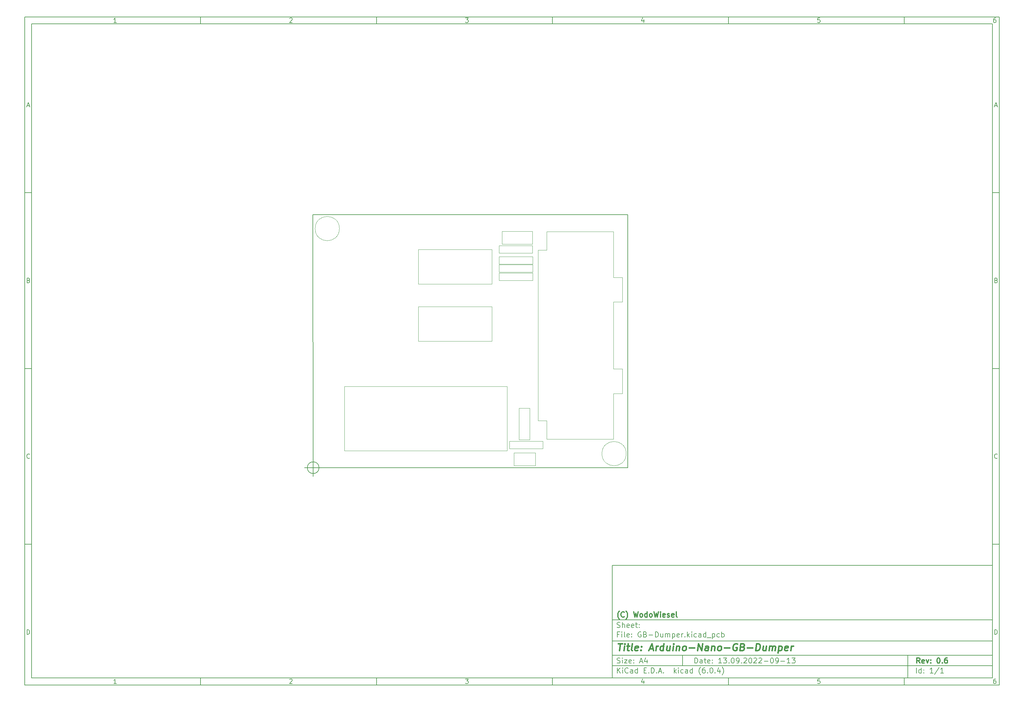
<source format=gbr>
%TF.GenerationSoftware,KiCad,Pcbnew,(6.0.4)*%
%TF.CreationDate,2022-10-03T14:38:54+02:00*%
%TF.ProjectId,GB-Dumper,47422d44-756d-4706-9572-2e6b69636164,0.6*%
%TF.SameCoordinates,PX57bcf00PY83cc3c0*%
%TF.FileFunction,Other,User*%
%FSLAX46Y46*%
G04 Gerber Fmt 4.6, Leading zero omitted, Abs format (unit mm)*
G04 Created by KiCad (PCBNEW (6.0.4)) date 2022-10-03 14:38:54*
%MOMM*%
%LPD*%
G01*
G04 APERTURE LIST*
%ADD10C,0.100000*%
%ADD11C,0.150000*%
%ADD12C,0.300000*%
%ADD13C,0.400000*%
%TA.AperFunction,Profile*%
%ADD14C,0.150000*%
%TD*%
%ADD15C,0.050000*%
G04 APERTURE END LIST*
D10*
D11*
X85002200Y-27807200D02*
X85002200Y-59807200D01*
X193002200Y-59807200D01*
X193002200Y-27807200D01*
X85002200Y-27807200D01*
D10*
D11*
X-82000000Y128200000D02*
X-82000000Y-61807200D01*
X195002200Y-61807200D01*
X195002200Y128200000D01*
X-82000000Y128200000D01*
D10*
D11*
X-80000000Y126200000D02*
X-80000000Y-59807200D01*
X193002200Y-59807200D01*
X193002200Y126200000D01*
X-80000000Y126200000D01*
D10*
D11*
X-32000000Y126200000D02*
X-32000000Y128200000D01*
D10*
D11*
X18000000Y126200000D02*
X18000000Y128200000D01*
D10*
D11*
X68000000Y126200000D02*
X68000000Y128200000D01*
D10*
D11*
X118000000Y126200000D02*
X118000000Y128200000D01*
D10*
D11*
X168000000Y126200000D02*
X168000000Y128200000D01*
D10*
D11*
X-55934524Y126611905D02*
X-56677381Y126611905D01*
X-56305953Y126611905D02*
X-56305953Y127911905D01*
X-56429762Y127726191D01*
X-56553572Y127602381D01*
X-56677381Y127540477D01*
D10*
D11*
X-6677381Y127788096D02*
X-6615477Y127850000D01*
X-6491667Y127911905D01*
X-6182143Y127911905D01*
X-6058334Y127850000D01*
X-5996429Y127788096D01*
X-5934524Y127664286D01*
X-5934524Y127540477D01*
X-5996429Y127354762D01*
X-6739286Y126611905D01*
X-5934524Y126611905D01*
D10*
D11*
X43260714Y127911905D02*
X44065476Y127911905D01*
X43632142Y127416667D01*
X43817857Y127416667D01*
X43941666Y127354762D01*
X44003571Y127292858D01*
X44065476Y127169048D01*
X44065476Y126859524D01*
X44003571Y126735715D01*
X43941666Y126673810D01*
X43817857Y126611905D01*
X43446428Y126611905D01*
X43322619Y126673810D01*
X43260714Y126735715D01*
D10*
D11*
X93941666Y127478572D02*
X93941666Y126611905D01*
X93632142Y127973810D02*
X93322619Y127045239D01*
X94127380Y127045239D01*
D10*
D11*
X144003571Y127911905D02*
X143384523Y127911905D01*
X143322619Y127292858D01*
X143384523Y127354762D01*
X143508333Y127416667D01*
X143817857Y127416667D01*
X143941666Y127354762D01*
X144003571Y127292858D01*
X144065476Y127169048D01*
X144065476Y126859524D01*
X144003571Y126735715D01*
X143941666Y126673810D01*
X143817857Y126611905D01*
X143508333Y126611905D01*
X143384523Y126673810D01*
X143322619Y126735715D01*
D10*
D11*
X193941666Y127911905D02*
X193694047Y127911905D01*
X193570238Y127850000D01*
X193508333Y127788096D01*
X193384523Y127602381D01*
X193322619Y127354762D01*
X193322619Y126859524D01*
X193384523Y126735715D01*
X193446428Y126673810D01*
X193570238Y126611905D01*
X193817857Y126611905D01*
X193941666Y126673810D01*
X194003571Y126735715D01*
X194065476Y126859524D01*
X194065476Y127169048D01*
X194003571Y127292858D01*
X193941666Y127354762D01*
X193817857Y127416667D01*
X193570238Y127416667D01*
X193446428Y127354762D01*
X193384523Y127292858D01*
X193322619Y127169048D01*
D10*
D11*
X-32000000Y-59807200D02*
X-32000000Y-61807200D01*
D10*
D11*
X18000000Y-59807200D02*
X18000000Y-61807200D01*
D10*
D11*
X68000000Y-59807200D02*
X68000000Y-61807200D01*
D10*
D11*
X118000000Y-59807200D02*
X118000000Y-61807200D01*
D10*
D11*
X168000000Y-59807200D02*
X168000000Y-61807200D01*
D10*
D11*
X-55934524Y-61395295D02*
X-56677381Y-61395295D01*
X-56305953Y-61395295D02*
X-56305953Y-60095295D01*
X-56429762Y-60281009D01*
X-56553572Y-60404819D01*
X-56677381Y-60466723D01*
D10*
D11*
X-6677381Y-60219104D02*
X-6615477Y-60157200D01*
X-6491667Y-60095295D01*
X-6182143Y-60095295D01*
X-6058334Y-60157200D01*
X-5996429Y-60219104D01*
X-5934524Y-60342914D01*
X-5934524Y-60466723D01*
X-5996429Y-60652438D01*
X-6739286Y-61395295D01*
X-5934524Y-61395295D01*
D10*
D11*
X43260714Y-60095295D02*
X44065476Y-60095295D01*
X43632142Y-60590533D01*
X43817857Y-60590533D01*
X43941666Y-60652438D01*
X44003571Y-60714342D01*
X44065476Y-60838152D01*
X44065476Y-61147676D01*
X44003571Y-61271485D01*
X43941666Y-61333390D01*
X43817857Y-61395295D01*
X43446428Y-61395295D01*
X43322619Y-61333390D01*
X43260714Y-61271485D01*
D10*
D11*
X93941666Y-60528628D02*
X93941666Y-61395295D01*
X93632142Y-60033390D02*
X93322619Y-60961961D01*
X94127380Y-60961961D01*
D10*
D11*
X144003571Y-60095295D02*
X143384523Y-60095295D01*
X143322619Y-60714342D01*
X143384523Y-60652438D01*
X143508333Y-60590533D01*
X143817857Y-60590533D01*
X143941666Y-60652438D01*
X144003571Y-60714342D01*
X144065476Y-60838152D01*
X144065476Y-61147676D01*
X144003571Y-61271485D01*
X143941666Y-61333390D01*
X143817857Y-61395295D01*
X143508333Y-61395295D01*
X143384523Y-61333390D01*
X143322619Y-61271485D01*
D10*
D11*
X193941666Y-60095295D02*
X193694047Y-60095295D01*
X193570238Y-60157200D01*
X193508333Y-60219104D01*
X193384523Y-60404819D01*
X193322619Y-60652438D01*
X193322619Y-61147676D01*
X193384523Y-61271485D01*
X193446428Y-61333390D01*
X193570238Y-61395295D01*
X193817857Y-61395295D01*
X193941666Y-61333390D01*
X194003571Y-61271485D01*
X194065476Y-61147676D01*
X194065476Y-60838152D01*
X194003571Y-60714342D01*
X193941666Y-60652438D01*
X193817857Y-60590533D01*
X193570238Y-60590533D01*
X193446428Y-60652438D01*
X193384523Y-60714342D01*
X193322619Y-60838152D01*
D10*
D11*
X-82000000Y78200000D02*
X-80000000Y78200000D01*
D10*
D11*
X-82000000Y28200000D02*
X-80000000Y28200000D01*
D10*
D11*
X-82000000Y-21800000D02*
X-80000000Y-21800000D01*
D10*
D11*
X-81309524Y102983334D02*
X-80690477Y102983334D01*
X-81433334Y102611905D02*
X-81000000Y103911905D01*
X-80566667Y102611905D01*
D10*
D11*
X-80907143Y53292858D02*
X-80721429Y53230953D01*
X-80659524Y53169048D01*
X-80597620Y53045239D01*
X-80597620Y52859524D01*
X-80659524Y52735715D01*
X-80721429Y52673810D01*
X-80845239Y52611905D01*
X-81340477Y52611905D01*
X-81340477Y53911905D01*
X-80907143Y53911905D01*
X-80783334Y53850000D01*
X-80721429Y53788096D01*
X-80659524Y53664286D01*
X-80659524Y53540477D01*
X-80721429Y53416667D01*
X-80783334Y53354762D01*
X-80907143Y53292858D01*
X-81340477Y53292858D01*
D10*
D11*
X-80597620Y2735715D02*
X-80659524Y2673810D01*
X-80845239Y2611905D01*
X-80969048Y2611905D01*
X-81154762Y2673810D01*
X-81278572Y2797620D01*
X-81340477Y2921429D01*
X-81402381Y3169048D01*
X-81402381Y3354762D01*
X-81340477Y3602381D01*
X-81278572Y3726191D01*
X-81154762Y3850000D01*
X-80969048Y3911905D01*
X-80845239Y3911905D01*
X-80659524Y3850000D01*
X-80597620Y3788096D01*
D10*
D11*
X-81340477Y-47388095D02*
X-81340477Y-46088095D01*
X-81030953Y-46088095D01*
X-80845239Y-46150000D01*
X-80721429Y-46273809D01*
X-80659524Y-46397619D01*
X-80597620Y-46645238D01*
X-80597620Y-46830952D01*
X-80659524Y-47078571D01*
X-80721429Y-47202380D01*
X-80845239Y-47326190D01*
X-81030953Y-47388095D01*
X-81340477Y-47388095D01*
D10*
D11*
X195002200Y78200000D02*
X193002200Y78200000D01*
D10*
D11*
X195002200Y28200000D02*
X193002200Y28200000D01*
D10*
D11*
X195002200Y-21800000D02*
X193002200Y-21800000D01*
D10*
D11*
X193692676Y102983334D02*
X194311723Y102983334D01*
X193568866Y102611905D02*
X194002200Y103911905D01*
X194435533Y102611905D01*
D10*
D11*
X194095057Y53292858D02*
X194280771Y53230953D01*
X194342676Y53169048D01*
X194404580Y53045239D01*
X194404580Y52859524D01*
X194342676Y52735715D01*
X194280771Y52673810D01*
X194156961Y52611905D01*
X193661723Y52611905D01*
X193661723Y53911905D01*
X194095057Y53911905D01*
X194218866Y53850000D01*
X194280771Y53788096D01*
X194342676Y53664286D01*
X194342676Y53540477D01*
X194280771Y53416667D01*
X194218866Y53354762D01*
X194095057Y53292858D01*
X193661723Y53292858D01*
D10*
D11*
X194404580Y2735715D02*
X194342676Y2673810D01*
X194156961Y2611905D01*
X194033152Y2611905D01*
X193847438Y2673810D01*
X193723628Y2797620D01*
X193661723Y2921429D01*
X193599819Y3169048D01*
X193599819Y3354762D01*
X193661723Y3602381D01*
X193723628Y3726191D01*
X193847438Y3850000D01*
X194033152Y3911905D01*
X194156961Y3911905D01*
X194342676Y3850000D01*
X194404580Y3788096D01*
D10*
D11*
X193661723Y-47388095D02*
X193661723Y-46088095D01*
X193971247Y-46088095D01*
X194156961Y-46150000D01*
X194280771Y-46273809D01*
X194342676Y-46397619D01*
X194404580Y-46645238D01*
X194404580Y-46830952D01*
X194342676Y-47078571D01*
X194280771Y-47202380D01*
X194156961Y-47326190D01*
X193971247Y-47388095D01*
X193661723Y-47388095D01*
D10*
D11*
X108434342Y-55585771D02*
X108434342Y-54085771D01*
X108791485Y-54085771D01*
X109005771Y-54157200D01*
X109148628Y-54300057D01*
X109220057Y-54442914D01*
X109291485Y-54728628D01*
X109291485Y-54942914D01*
X109220057Y-55228628D01*
X109148628Y-55371485D01*
X109005771Y-55514342D01*
X108791485Y-55585771D01*
X108434342Y-55585771D01*
X110577200Y-55585771D02*
X110577200Y-54800057D01*
X110505771Y-54657200D01*
X110362914Y-54585771D01*
X110077200Y-54585771D01*
X109934342Y-54657200D01*
X110577200Y-55514342D02*
X110434342Y-55585771D01*
X110077200Y-55585771D01*
X109934342Y-55514342D01*
X109862914Y-55371485D01*
X109862914Y-55228628D01*
X109934342Y-55085771D01*
X110077200Y-55014342D01*
X110434342Y-55014342D01*
X110577200Y-54942914D01*
X111077200Y-54585771D02*
X111648628Y-54585771D01*
X111291485Y-54085771D02*
X111291485Y-55371485D01*
X111362914Y-55514342D01*
X111505771Y-55585771D01*
X111648628Y-55585771D01*
X112720057Y-55514342D02*
X112577200Y-55585771D01*
X112291485Y-55585771D01*
X112148628Y-55514342D01*
X112077200Y-55371485D01*
X112077200Y-54800057D01*
X112148628Y-54657200D01*
X112291485Y-54585771D01*
X112577200Y-54585771D01*
X112720057Y-54657200D01*
X112791485Y-54800057D01*
X112791485Y-54942914D01*
X112077200Y-55085771D01*
X113434342Y-55442914D02*
X113505771Y-55514342D01*
X113434342Y-55585771D01*
X113362914Y-55514342D01*
X113434342Y-55442914D01*
X113434342Y-55585771D01*
X113434342Y-54657200D02*
X113505771Y-54728628D01*
X113434342Y-54800057D01*
X113362914Y-54728628D01*
X113434342Y-54657200D01*
X113434342Y-54800057D01*
X116077200Y-55585771D02*
X115220057Y-55585771D01*
X115648628Y-55585771D02*
X115648628Y-54085771D01*
X115505771Y-54300057D01*
X115362914Y-54442914D01*
X115220057Y-54514342D01*
X116577200Y-54085771D02*
X117505771Y-54085771D01*
X117005771Y-54657200D01*
X117220057Y-54657200D01*
X117362914Y-54728628D01*
X117434342Y-54800057D01*
X117505771Y-54942914D01*
X117505771Y-55300057D01*
X117434342Y-55442914D01*
X117362914Y-55514342D01*
X117220057Y-55585771D01*
X116791485Y-55585771D01*
X116648628Y-55514342D01*
X116577200Y-55442914D01*
X118148628Y-55442914D02*
X118220057Y-55514342D01*
X118148628Y-55585771D01*
X118077200Y-55514342D01*
X118148628Y-55442914D01*
X118148628Y-55585771D01*
X119148628Y-54085771D02*
X119291485Y-54085771D01*
X119434342Y-54157200D01*
X119505771Y-54228628D01*
X119577200Y-54371485D01*
X119648628Y-54657200D01*
X119648628Y-55014342D01*
X119577200Y-55300057D01*
X119505771Y-55442914D01*
X119434342Y-55514342D01*
X119291485Y-55585771D01*
X119148628Y-55585771D01*
X119005771Y-55514342D01*
X118934342Y-55442914D01*
X118862914Y-55300057D01*
X118791485Y-55014342D01*
X118791485Y-54657200D01*
X118862914Y-54371485D01*
X118934342Y-54228628D01*
X119005771Y-54157200D01*
X119148628Y-54085771D01*
X120362914Y-55585771D02*
X120648628Y-55585771D01*
X120791485Y-55514342D01*
X120862914Y-55442914D01*
X121005771Y-55228628D01*
X121077200Y-54942914D01*
X121077200Y-54371485D01*
X121005771Y-54228628D01*
X120934342Y-54157200D01*
X120791485Y-54085771D01*
X120505771Y-54085771D01*
X120362914Y-54157200D01*
X120291485Y-54228628D01*
X120220057Y-54371485D01*
X120220057Y-54728628D01*
X120291485Y-54871485D01*
X120362914Y-54942914D01*
X120505771Y-55014342D01*
X120791485Y-55014342D01*
X120934342Y-54942914D01*
X121005771Y-54871485D01*
X121077200Y-54728628D01*
X121720057Y-55442914D02*
X121791485Y-55514342D01*
X121720057Y-55585771D01*
X121648628Y-55514342D01*
X121720057Y-55442914D01*
X121720057Y-55585771D01*
X122362914Y-54228628D02*
X122434342Y-54157200D01*
X122577200Y-54085771D01*
X122934342Y-54085771D01*
X123077200Y-54157200D01*
X123148628Y-54228628D01*
X123220057Y-54371485D01*
X123220057Y-54514342D01*
X123148628Y-54728628D01*
X122291485Y-55585771D01*
X123220057Y-55585771D01*
X124148628Y-54085771D02*
X124291485Y-54085771D01*
X124434342Y-54157200D01*
X124505771Y-54228628D01*
X124577200Y-54371485D01*
X124648628Y-54657200D01*
X124648628Y-55014342D01*
X124577200Y-55300057D01*
X124505771Y-55442914D01*
X124434342Y-55514342D01*
X124291485Y-55585771D01*
X124148628Y-55585771D01*
X124005771Y-55514342D01*
X123934342Y-55442914D01*
X123862914Y-55300057D01*
X123791485Y-55014342D01*
X123791485Y-54657200D01*
X123862914Y-54371485D01*
X123934342Y-54228628D01*
X124005771Y-54157200D01*
X124148628Y-54085771D01*
X125220057Y-54228628D02*
X125291485Y-54157200D01*
X125434342Y-54085771D01*
X125791485Y-54085771D01*
X125934342Y-54157200D01*
X126005771Y-54228628D01*
X126077200Y-54371485D01*
X126077200Y-54514342D01*
X126005771Y-54728628D01*
X125148628Y-55585771D01*
X126077200Y-55585771D01*
X126648628Y-54228628D02*
X126720057Y-54157200D01*
X126862914Y-54085771D01*
X127220057Y-54085771D01*
X127362914Y-54157200D01*
X127434342Y-54228628D01*
X127505771Y-54371485D01*
X127505771Y-54514342D01*
X127434342Y-54728628D01*
X126577200Y-55585771D01*
X127505771Y-55585771D01*
X128148628Y-55014342D02*
X129291485Y-55014342D01*
X130291485Y-54085771D02*
X130434342Y-54085771D01*
X130577200Y-54157200D01*
X130648628Y-54228628D01*
X130720057Y-54371485D01*
X130791485Y-54657200D01*
X130791485Y-55014342D01*
X130720057Y-55300057D01*
X130648628Y-55442914D01*
X130577200Y-55514342D01*
X130434342Y-55585771D01*
X130291485Y-55585771D01*
X130148628Y-55514342D01*
X130077200Y-55442914D01*
X130005771Y-55300057D01*
X129934342Y-55014342D01*
X129934342Y-54657200D01*
X130005771Y-54371485D01*
X130077200Y-54228628D01*
X130148628Y-54157200D01*
X130291485Y-54085771D01*
X131505771Y-55585771D02*
X131791485Y-55585771D01*
X131934342Y-55514342D01*
X132005771Y-55442914D01*
X132148628Y-55228628D01*
X132220057Y-54942914D01*
X132220057Y-54371485D01*
X132148628Y-54228628D01*
X132077200Y-54157200D01*
X131934342Y-54085771D01*
X131648628Y-54085771D01*
X131505771Y-54157200D01*
X131434342Y-54228628D01*
X131362914Y-54371485D01*
X131362914Y-54728628D01*
X131434342Y-54871485D01*
X131505771Y-54942914D01*
X131648628Y-55014342D01*
X131934342Y-55014342D01*
X132077200Y-54942914D01*
X132148628Y-54871485D01*
X132220057Y-54728628D01*
X132862914Y-55014342D02*
X134005771Y-55014342D01*
X135505771Y-55585771D02*
X134648628Y-55585771D01*
X135077200Y-55585771D02*
X135077200Y-54085771D01*
X134934342Y-54300057D01*
X134791485Y-54442914D01*
X134648628Y-54514342D01*
X136005771Y-54085771D02*
X136934342Y-54085771D01*
X136434342Y-54657200D01*
X136648628Y-54657200D01*
X136791485Y-54728628D01*
X136862914Y-54800057D01*
X136934342Y-54942914D01*
X136934342Y-55300057D01*
X136862914Y-55442914D01*
X136791485Y-55514342D01*
X136648628Y-55585771D01*
X136220057Y-55585771D01*
X136077200Y-55514342D01*
X136005771Y-55442914D01*
D10*
D11*
X85002200Y-56307200D02*
X193002200Y-56307200D01*
D10*
D11*
X86434342Y-58385771D02*
X86434342Y-56885771D01*
X87291485Y-58385771D02*
X86648628Y-57528628D01*
X87291485Y-56885771D02*
X86434342Y-57742914D01*
X87934342Y-58385771D02*
X87934342Y-57385771D01*
X87934342Y-56885771D02*
X87862914Y-56957200D01*
X87934342Y-57028628D01*
X88005771Y-56957200D01*
X87934342Y-56885771D01*
X87934342Y-57028628D01*
X89505771Y-58242914D02*
X89434342Y-58314342D01*
X89220057Y-58385771D01*
X89077200Y-58385771D01*
X88862914Y-58314342D01*
X88720057Y-58171485D01*
X88648628Y-58028628D01*
X88577200Y-57742914D01*
X88577200Y-57528628D01*
X88648628Y-57242914D01*
X88720057Y-57100057D01*
X88862914Y-56957200D01*
X89077200Y-56885771D01*
X89220057Y-56885771D01*
X89434342Y-56957200D01*
X89505771Y-57028628D01*
X90791485Y-58385771D02*
X90791485Y-57600057D01*
X90720057Y-57457200D01*
X90577200Y-57385771D01*
X90291485Y-57385771D01*
X90148628Y-57457200D01*
X90791485Y-58314342D02*
X90648628Y-58385771D01*
X90291485Y-58385771D01*
X90148628Y-58314342D01*
X90077200Y-58171485D01*
X90077200Y-58028628D01*
X90148628Y-57885771D01*
X90291485Y-57814342D01*
X90648628Y-57814342D01*
X90791485Y-57742914D01*
X92148628Y-58385771D02*
X92148628Y-56885771D01*
X92148628Y-58314342D02*
X92005771Y-58385771D01*
X91720057Y-58385771D01*
X91577200Y-58314342D01*
X91505771Y-58242914D01*
X91434342Y-58100057D01*
X91434342Y-57671485D01*
X91505771Y-57528628D01*
X91577200Y-57457200D01*
X91720057Y-57385771D01*
X92005771Y-57385771D01*
X92148628Y-57457200D01*
X94005771Y-57600057D02*
X94505771Y-57600057D01*
X94720057Y-58385771D02*
X94005771Y-58385771D01*
X94005771Y-56885771D01*
X94720057Y-56885771D01*
X95362914Y-58242914D02*
X95434342Y-58314342D01*
X95362914Y-58385771D01*
X95291485Y-58314342D01*
X95362914Y-58242914D01*
X95362914Y-58385771D01*
X96077200Y-58385771D02*
X96077200Y-56885771D01*
X96434342Y-56885771D01*
X96648628Y-56957200D01*
X96791485Y-57100057D01*
X96862914Y-57242914D01*
X96934342Y-57528628D01*
X96934342Y-57742914D01*
X96862914Y-58028628D01*
X96791485Y-58171485D01*
X96648628Y-58314342D01*
X96434342Y-58385771D01*
X96077200Y-58385771D01*
X97577200Y-58242914D02*
X97648628Y-58314342D01*
X97577200Y-58385771D01*
X97505771Y-58314342D01*
X97577200Y-58242914D01*
X97577200Y-58385771D01*
X98220057Y-57957200D02*
X98934342Y-57957200D01*
X98077200Y-58385771D02*
X98577200Y-56885771D01*
X99077200Y-58385771D01*
X99577200Y-58242914D02*
X99648628Y-58314342D01*
X99577200Y-58385771D01*
X99505771Y-58314342D01*
X99577200Y-58242914D01*
X99577200Y-58385771D01*
X102577200Y-58385771D02*
X102577200Y-56885771D01*
X102720057Y-57814342D02*
X103148628Y-58385771D01*
X103148628Y-57385771D02*
X102577200Y-57957200D01*
X103791485Y-58385771D02*
X103791485Y-57385771D01*
X103791485Y-56885771D02*
X103720057Y-56957200D01*
X103791485Y-57028628D01*
X103862914Y-56957200D01*
X103791485Y-56885771D01*
X103791485Y-57028628D01*
X105148628Y-58314342D02*
X105005771Y-58385771D01*
X104720057Y-58385771D01*
X104577200Y-58314342D01*
X104505771Y-58242914D01*
X104434342Y-58100057D01*
X104434342Y-57671485D01*
X104505771Y-57528628D01*
X104577200Y-57457200D01*
X104720057Y-57385771D01*
X105005771Y-57385771D01*
X105148628Y-57457200D01*
X106434342Y-58385771D02*
X106434342Y-57600057D01*
X106362914Y-57457200D01*
X106220057Y-57385771D01*
X105934342Y-57385771D01*
X105791485Y-57457200D01*
X106434342Y-58314342D02*
X106291485Y-58385771D01*
X105934342Y-58385771D01*
X105791485Y-58314342D01*
X105720057Y-58171485D01*
X105720057Y-58028628D01*
X105791485Y-57885771D01*
X105934342Y-57814342D01*
X106291485Y-57814342D01*
X106434342Y-57742914D01*
X107791485Y-58385771D02*
X107791485Y-56885771D01*
X107791485Y-58314342D02*
X107648628Y-58385771D01*
X107362914Y-58385771D01*
X107220057Y-58314342D01*
X107148628Y-58242914D01*
X107077200Y-58100057D01*
X107077200Y-57671485D01*
X107148628Y-57528628D01*
X107220057Y-57457200D01*
X107362914Y-57385771D01*
X107648628Y-57385771D01*
X107791485Y-57457200D01*
X110077200Y-58957200D02*
X110005771Y-58885771D01*
X109862914Y-58671485D01*
X109791485Y-58528628D01*
X109720057Y-58314342D01*
X109648628Y-57957200D01*
X109648628Y-57671485D01*
X109720057Y-57314342D01*
X109791485Y-57100057D01*
X109862914Y-56957200D01*
X110005771Y-56742914D01*
X110077200Y-56671485D01*
X111291485Y-56885771D02*
X111005771Y-56885771D01*
X110862914Y-56957200D01*
X110791485Y-57028628D01*
X110648628Y-57242914D01*
X110577200Y-57528628D01*
X110577200Y-58100057D01*
X110648628Y-58242914D01*
X110720057Y-58314342D01*
X110862914Y-58385771D01*
X111148628Y-58385771D01*
X111291485Y-58314342D01*
X111362914Y-58242914D01*
X111434342Y-58100057D01*
X111434342Y-57742914D01*
X111362914Y-57600057D01*
X111291485Y-57528628D01*
X111148628Y-57457200D01*
X110862914Y-57457200D01*
X110720057Y-57528628D01*
X110648628Y-57600057D01*
X110577200Y-57742914D01*
X112077200Y-58242914D02*
X112148628Y-58314342D01*
X112077200Y-58385771D01*
X112005771Y-58314342D01*
X112077200Y-58242914D01*
X112077200Y-58385771D01*
X113077200Y-56885771D02*
X113220057Y-56885771D01*
X113362914Y-56957200D01*
X113434342Y-57028628D01*
X113505771Y-57171485D01*
X113577200Y-57457200D01*
X113577200Y-57814342D01*
X113505771Y-58100057D01*
X113434342Y-58242914D01*
X113362914Y-58314342D01*
X113220057Y-58385771D01*
X113077200Y-58385771D01*
X112934342Y-58314342D01*
X112862914Y-58242914D01*
X112791485Y-58100057D01*
X112720057Y-57814342D01*
X112720057Y-57457200D01*
X112791485Y-57171485D01*
X112862914Y-57028628D01*
X112934342Y-56957200D01*
X113077200Y-56885771D01*
X114220057Y-58242914D02*
X114291485Y-58314342D01*
X114220057Y-58385771D01*
X114148628Y-58314342D01*
X114220057Y-58242914D01*
X114220057Y-58385771D01*
X115577200Y-57385771D02*
X115577200Y-58385771D01*
X115220057Y-56814342D02*
X114862914Y-57885771D01*
X115791485Y-57885771D01*
X116220057Y-58957200D02*
X116291485Y-58885771D01*
X116434342Y-58671485D01*
X116505771Y-58528628D01*
X116577200Y-58314342D01*
X116648628Y-57957200D01*
X116648628Y-57671485D01*
X116577200Y-57314342D01*
X116505771Y-57100057D01*
X116434342Y-56957200D01*
X116291485Y-56742914D01*
X116220057Y-56671485D01*
D10*
D11*
X85002200Y-53307200D02*
X193002200Y-53307200D01*
D10*
D12*
X172411485Y-55585771D02*
X171911485Y-54871485D01*
X171554342Y-55585771D02*
X171554342Y-54085771D01*
X172125771Y-54085771D01*
X172268628Y-54157200D01*
X172340057Y-54228628D01*
X172411485Y-54371485D01*
X172411485Y-54585771D01*
X172340057Y-54728628D01*
X172268628Y-54800057D01*
X172125771Y-54871485D01*
X171554342Y-54871485D01*
X173625771Y-55514342D02*
X173482914Y-55585771D01*
X173197200Y-55585771D01*
X173054342Y-55514342D01*
X172982914Y-55371485D01*
X172982914Y-54800057D01*
X173054342Y-54657200D01*
X173197200Y-54585771D01*
X173482914Y-54585771D01*
X173625771Y-54657200D01*
X173697200Y-54800057D01*
X173697200Y-54942914D01*
X172982914Y-55085771D01*
X174197200Y-54585771D02*
X174554342Y-55585771D01*
X174911485Y-54585771D01*
X175482914Y-55442914D02*
X175554342Y-55514342D01*
X175482914Y-55585771D01*
X175411485Y-55514342D01*
X175482914Y-55442914D01*
X175482914Y-55585771D01*
X175482914Y-54657200D02*
X175554342Y-54728628D01*
X175482914Y-54800057D01*
X175411485Y-54728628D01*
X175482914Y-54657200D01*
X175482914Y-54800057D01*
X177625771Y-54085771D02*
X177768628Y-54085771D01*
X177911485Y-54157200D01*
X177982914Y-54228628D01*
X178054342Y-54371485D01*
X178125771Y-54657200D01*
X178125771Y-55014342D01*
X178054342Y-55300057D01*
X177982914Y-55442914D01*
X177911485Y-55514342D01*
X177768628Y-55585771D01*
X177625771Y-55585771D01*
X177482914Y-55514342D01*
X177411485Y-55442914D01*
X177340057Y-55300057D01*
X177268628Y-55014342D01*
X177268628Y-54657200D01*
X177340057Y-54371485D01*
X177411485Y-54228628D01*
X177482914Y-54157200D01*
X177625771Y-54085771D01*
X178768628Y-55442914D02*
X178840057Y-55514342D01*
X178768628Y-55585771D01*
X178697200Y-55514342D01*
X178768628Y-55442914D01*
X178768628Y-55585771D01*
X180125771Y-54085771D02*
X179840057Y-54085771D01*
X179697200Y-54157200D01*
X179625771Y-54228628D01*
X179482914Y-54442914D01*
X179411485Y-54728628D01*
X179411485Y-55300057D01*
X179482914Y-55442914D01*
X179554342Y-55514342D01*
X179697200Y-55585771D01*
X179982914Y-55585771D01*
X180125771Y-55514342D01*
X180197200Y-55442914D01*
X180268628Y-55300057D01*
X180268628Y-54942914D01*
X180197200Y-54800057D01*
X180125771Y-54728628D01*
X179982914Y-54657200D01*
X179697200Y-54657200D01*
X179554342Y-54728628D01*
X179482914Y-54800057D01*
X179411485Y-54942914D01*
D10*
D11*
X86362914Y-55514342D02*
X86577200Y-55585771D01*
X86934342Y-55585771D01*
X87077200Y-55514342D01*
X87148628Y-55442914D01*
X87220057Y-55300057D01*
X87220057Y-55157200D01*
X87148628Y-55014342D01*
X87077200Y-54942914D01*
X86934342Y-54871485D01*
X86648628Y-54800057D01*
X86505771Y-54728628D01*
X86434342Y-54657200D01*
X86362914Y-54514342D01*
X86362914Y-54371485D01*
X86434342Y-54228628D01*
X86505771Y-54157200D01*
X86648628Y-54085771D01*
X87005771Y-54085771D01*
X87220057Y-54157200D01*
X87862914Y-55585771D02*
X87862914Y-54585771D01*
X87862914Y-54085771D02*
X87791485Y-54157200D01*
X87862914Y-54228628D01*
X87934342Y-54157200D01*
X87862914Y-54085771D01*
X87862914Y-54228628D01*
X88434342Y-54585771D02*
X89220057Y-54585771D01*
X88434342Y-55585771D01*
X89220057Y-55585771D01*
X90362914Y-55514342D02*
X90220057Y-55585771D01*
X89934342Y-55585771D01*
X89791485Y-55514342D01*
X89720057Y-55371485D01*
X89720057Y-54800057D01*
X89791485Y-54657200D01*
X89934342Y-54585771D01*
X90220057Y-54585771D01*
X90362914Y-54657200D01*
X90434342Y-54800057D01*
X90434342Y-54942914D01*
X89720057Y-55085771D01*
X91077200Y-55442914D02*
X91148628Y-55514342D01*
X91077200Y-55585771D01*
X91005771Y-55514342D01*
X91077200Y-55442914D01*
X91077200Y-55585771D01*
X91077200Y-54657200D02*
X91148628Y-54728628D01*
X91077200Y-54800057D01*
X91005771Y-54728628D01*
X91077200Y-54657200D01*
X91077200Y-54800057D01*
X92862914Y-55157200D02*
X93577200Y-55157200D01*
X92720057Y-55585771D02*
X93220057Y-54085771D01*
X93720057Y-55585771D01*
X94862914Y-54585771D02*
X94862914Y-55585771D01*
X94505771Y-54014342D02*
X94148628Y-55085771D01*
X95077200Y-55085771D01*
D10*
D11*
X171434342Y-58385771D02*
X171434342Y-56885771D01*
X172791485Y-58385771D02*
X172791485Y-56885771D01*
X172791485Y-58314342D02*
X172648628Y-58385771D01*
X172362914Y-58385771D01*
X172220057Y-58314342D01*
X172148628Y-58242914D01*
X172077200Y-58100057D01*
X172077200Y-57671485D01*
X172148628Y-57528628D01*
X172220057Y-57457200D01*
X172362914Y-57385771D01*
X172648628Y-57385771D01*
X172791485Y-57457200D01*
X173505771Y-58242914D02*
X173577200Y-58314342D01*
X173505771Y-58385771D01*
X173434342Y-58314342D01*
X173505771Y-58242914D01*
X173505771Y-58385771D01*
X173505771Y-57457200D02*
X173577200Y-57528628D01*
X173505771Y-57600057D01*
X173434342Y-57528628D01*
X173505771Y-57457200D01*
X173505771Y-57600057D01*
X176148628Y-58385771D02*
X175291485Y-58385771D01*
X175720057Y-58385771D02*
X175720057Y-56885771D01*
X175577200Y-57100057D01*
X175434342Y-57242914D01*
X175291485Y-57314342D01*
X177862914Y-56814342D02*
X176577200Y-58742914D01*
X179148628Y-58385771D02*
X178291485Y-58385771D01*
X178720057Y-58385771D02*
X178720057Y-56885771D01*
X178577200Y-57100057D01*
X178434342Y-57242914D01*
X178291485Y-57314342D01*
D10*
D11*
X85002200Y-49307200D02*
X193002200Y-49307200D01*
D10*
D13*
X86714580Y-50011961D02*
X87857438Y-50011961D01*
X87036009Y-52011961D02*
X87286009Y-50011961D01*
X88274104Y-52011961D02*
X88440771Y-50678628D01*
X88524104Y-50011961D02*
X88416961Y-50107200D01*
X88500295Y-50202438D01*
X88607438Y-50107200D01*
X88524104Y-50011961D01*
X88500295Y-50202438D01*
X89107438Y-50678628D02*
X89869342Y-50678628D01*
X89476485Y-50011961D02*
X89262200Y-51726247D01*
X89333628Y-51916723D01*
X89512200Y-52011961D01*
X89702676Y-52011961D01*
X90655057Y-52011961D02*
X90476485Y-51916723D01*
X90405057Y-51726247D01*
X90619342Y-50011961D01*
X92190771Y-51916723D02*
X91988390Y-52011961D01*
X91607438Y-52011961D01*
X91428866Y-51916723D01*
X91357438Y-51726247D01*
X91452676Y-50964342D01*
X91571723Y-50773866D01*
X91774104Y-50678628D01*
X92155057Y-50678628D01*
X92333628Y-50773866D01*
X92405057Y-50964342D01*
X92381247Y-51154819D01*
X91405057Y-51345295D01*
X93155057Y-51821485D02*
X93238390Y-51916723D01*
X93131247Y-52011961D01*
X93047914Y-51916723D01*
X93155057Y-51821485D01*
X93131247Y-52011961D01*
X93286009Y-50773866D02*
X93369342Y-50869104D01*
X93262200Y-50964342D01*
X93178866Y-50869104D01*
X93286009Y-50773866D01*
X93262200Y-50964342D01*
X95583628Y-51440533D02*
X96536009Y-51440533D01*
X95321723Y-52011961D02*
X96238390Y-50011961D01*
X96655057Y-52011961D01*
X97321723Y-52011961D02*
X97488390Y-50678628D01*
X97440771Y-51059580D02*
X97559819Y-50869104D01*
X97666961Y-50773866D01*
X97869342Y-50678628D01*
X98059819Y-50678628D01*
X99416961Y-52011961D02*
X99666961Y-50011961D01*
X99428866Y-51916723D02*
X99226485Y-52011961D01*
X98845533Y-52011961D01*
X98666961Y-51916723D01*
X98583628Y-51821485D01*
X98512200Y-51631009D01*
X98583628Y-51059580D01*
X98702676Y-50869104D01*
X98809819Y-50773866D01*
X99012200Y-50678628D01*
X99393152Y-50678628D01*
X99571723Y-50773866D01*
X101393152Y-50678628D02*
X101226485Y-52011961D01*
X100536009Y-50678628D02*
X100405057Y-51726247D01*
X100476485Y-51916723D01*
X100655057Y-52011961D01*
X100940771Y-52011961D01*
X101143152Y-51916723D01*
X101250295Y-51821485D01*
X102178866Y-52011961D02*
X102345533Y-50678628D01*
X102428866Y-50011961D02*
X102321723Y-50107200D01*
X102405057Y-50202438D01*
X102512200Y-50107200D01*
X102428866Y-50011961D01*
X102405057Y-50202438D01*
X103297914Y-50678628D02*
X103131247Y-52011961D01*
X103274104Y-50869104D02*
X103381247Y-50773866D01*
X103583628Y-50678628D01*
X103869342Y-50678628D01*
X104047914Y-50773866D01*
X104119342Y-50964342D01*
X103988390Y-52011961D01*
X105226485Y-52011961D02*
X105047914Y-51916723D01*
X104964580Y-51821485D01*
X104893152Y-51631009D01*
X104964580Y-51059580D01*
X105083628Y-50869104D01*
X105190771Y-50773866D01*
X105393152Y-50678628D01*
X105678866Y-50678628D01*
X105857438Y-50773866D01*
X105940771Y-50869104D01*
X106012200Y-51059580D01*
X105940771Y-51631009D01*
X105821723Y-51821485D01*
X105714580Y-51916723D01*
X105512200Y-52011961D01*
X105226485Y-52011961D01*
X106845533Y-51250057D02*
X108369342Y-51250057D01*
X109226485Y-52011961D02*
X109476485Y-50011961D01*
X110369342Y-52011961D01*
X110619342Y-50011961D01*
X112178866Y-52011961D02*
X112309819Y-50964342D01*
X112238390Y-50773866D01*
X112059819Y-50678628D01*
X111678866Y-50678628D01*
X111476485Y-50773866D01*
X112190771Y-51916723D02*
X111988390Y-52011961D01*
X111512200Y-52011961D01*
X111333628Y-51916723D01*
X111262200Y-51726247D01*
X111286009Y-51535771D01*
X111405057Y-51345295D01*
X111607438Y-51250057D01*
X112083628Y-51250057D01*
X112286009Y-51154819D01*
X113297914Y-50678628D02*
X113131247Y-52011961D01*
X113274104Y-50869104D02*
X113381247Y-50773866D01*
X113583628Y-50678628D01*
X113869342Y-50678628D01*
X114047914Y-50773866D01*
X114119342Y-50964342D01*
X113988390Y-52011961D01*
X115226485Y-52011961D02*
X115047914Y-51916723D01*
X114964580Y-51821485D01*
X114893152Y-51631009D01*
X114964580Y-51059580D01*
X115083628Y-50869104D01*
X115190771Y-50773866D01*
X115393152Y-50678628D01*
X115678866Y-50678628D01*
X115857438Y-50773866D01*
X115940771Y-50869104D01*
X116012200Y-51059580D01*
X115940771Y-51631009D01*
X115821723Y-51821485D01*
X115714580Y-51916723D01*
X115512200Y-52011961D01*
X115226485Y-52011961D01*
X116845533Y-51250057D02*
X118369342Y-51250057D01*
X120512200Y-50107200D02*
X120333628Y-50011961D01*
X120047914Y-50011961D01*
X119750295Y-50107200D01*
X119536009Y-50297676D01*
X119416961Y-50488152D01*
X119274104Y-50869104D01*
X119238390Y-51154819D01*
X119286009Y-51535771D01*
X119357438Y-51726247D01*
X119524104Y-51916723D01*
X119797914Y-52011961D01*
X119988390Y-52011961D01*
X120286009Y-51916723D01*
X120393152Y-51821485D01*
X120476485Y-51154819D01*
X120095533Y-51154819D01*
X122024104Y-50964342D02*
X122297914Y-51059580D01*
X122381247Y-51154819D01*
X122452676Y-51345295D01*
X122416961Y-51631009D01*
X122297914Y-51821485D01*
X122190771Y-51916723D01*
X121988390Y-52011961D01*
X121226485Y-52011961D01*
X121476485Y-50011961D01*
X122143152Y-50011961D01*
X122321723Y-50107200D01*
X122405057Y-50202438D01*
X122476485Y-50392914D01*
X122452676Y-50583390D01*
X122333628Y-50773866D01*
X122226485Y-50869104D01*
X122024104Y-50964342D01*
X121357438Y-50964342D01*
X123321723Y-51250057D02*
X124845533Y-51250057D01*
X125702676Y-52011961D02*
X125952676Y-50011961D01*
X126428866Y-50011961D01*
X126702676Y-50107200D01*
X126869342Y-50297676D01*
X126940771Y-50488152D01*
X126988390Y-50869104D01*
X126952676Y-51154819D01*
X126809819Y-51535771D01*
X126690771Y-51726247D01*
X126476485Y-51916723D01*
X126178866Y-52011961D01*
X125702676Y-52011961D01*
X128726485Y-50678628D02*
X128559819Y-52011961D01*
X127869342Y-50678628D02*
X127738390Y-51726247D01*
X127809819Y-51916723D01*
X127988390Y-52011961D01*
X128274104Y-52011961D01*
X128476485Y-51916723D01*
X128583628Y-51821485D01*
X129512200Y-52011961D02*
X129678866Y-50678628D01*
X129655057Y-50869104D02*
X129762200Y-50773866D01*
X129964580Y-50678628D01*
X130250295Y-50678628D01*
X130428866Y-50773866D01*
X130500295Y-50964342D01*
X130369342Y-52011961D01*
X130500295Y-50964342D02*
X130619342Y-50773866D01*
X130821723Y-50678628D01*
X131107438Y-50678628D01*
X131286009Y-50773866D01*
X131357438Y-50964342D01*
X131226485Y-52011961D01*
X132345533Y-50678628D02*
X132095533Y-52678628D01*
X132333628Y-50773866D02*
X132536009Y-50678628D01*
X132916961Y-50678628D01*
X133095533Y-50773866D01*
X133178866Y-50869104D01*
X133250295Y-51059580D01*
X133178866Y-51631009D01*
X133059819Y-51821485D01*
X132952676Y-51916723D01*
X132750295Y-52011961D01*
X132369342Y-52011961D01*
X132190771Y-51916723D01*
X134762200Y-51916723D02*
X134559819Y-52011961D01*
X134178866Y-52011961D01*
X134000295Y-51916723D01*
X133928866Y-51726247D01*
X134024104Y-50964342D01*
X134143152Y-50773866D01*
X134345533Y-50678628D01*
X134726485Y-50678628D01*
X134905057Y-50773866D01*
X134976485Y-50964342D01*
X134952676Y-51154819D01*
X133976485Y-51345295D01*
X135702676Y-52011961D02*
X135869342Y-50678628D01*
X135821723Y-51059580D02*
X135940771Y-50869104D01*
X136047914Y-50773866D01*
X136250295Y-50678628D01*
X136440771Y-50678628D01*
D10*
D11*
X86934342Y-47400057D02*
X86434342Y-47400057D01*
X86434342Y-48185771D02*
X86434342Y-46685771D01*
X87148628Y-46685771D01*
X87720057Y-48185771D02*
X87720057Y-47185771D01*
X87720057Y-46685771D02*
X87648628Y-46757200D01*
X87720057Y-46828628D01*
X87791485Y-46757200D01*
X87720057Y-46685771D01*
X87720057Y-46828628D01*
X88648628Y-48185771D02*
X88505771Y-48114342D01*
X88434342Y-47971485D01*
X88434342Y-46685771D01*
X89791485Y-48114342D02*
X89648628Y-48185771D01*
X89362914Y-48185771D01*
X89220057Y-48114342D01*
X89148628Y-47971485D01*
X89148628Y-47400057D01*
X89220057Y-47257200D01*
X89362914Y-47185771D01*
X89648628Y-47185771D01*
X89791485Y-47257200D01*
X89862914Y-47400057D01*
X89862914Y-47542914D01*
X89148628Y-47685771D01*
X90505771Y-48042914D02*
X90577200Y-48114342D01*
X90505771Y-48185771D01*
X90434342Y-48114342D01*
X90505771Y-48042914D01*
X90505771Y-48185771D01*
X90505771Y-47257200D02*
X90577200Y-47328628D01*
X90505771Y-47400057D01*
X90434342Y-47328628D01*
X90505771Y-47257200D01*
X90505771Y-47400057D01*
X93148628Y-46757200D02*
X93005771Y-46685771D01*
X92791485Y-46685771D01*
X92577200Y-46757200D01*
X92434342Y-46900057D01*
X92362914Y-47042914D01*
X92291485Y-47328628D01*
X92291485Y-47542914D01*
X92362914Y-47828628D01*
X92434342Y-47971485D01*
X92577200Y-48114342D01*
X92791485Y-48185771D01*
X92934342Y-48185771D01*
X93148628Y-48114342D01*
X93220057Y-48042914D01*
X93220057Y-47542914D01*
X92934342Y-47542914D01*
X94362914Y-47400057D02*
X94577200Y-47471485D01*
X94648628Y-47542914D01*
X94720057Y-47685771D01*
X94720057Y-47900057D01*
X94648628Y-48042914D01*
X94577200Y-48114342D01*
X94434342Y-48185771D01*
X93862914Y-48185771D01*
X93862914Y-46685771D01*
X94362914Y-46685771D01*
X94505771Y-46757200D01*
X94577200Y-46828628D01*
X94648628Y-46971485D01*
X94648628Y-47114342D01*
X94577200Y-47257200D01*
X94505771Y-47328628D01*
X94362914Y-47400057D01*
X93862914Y-47400057D01*
X95362914Y-47614342D02*
X96505771Y-47614342D01*
X97220057Y-48185771D02*
X97220057Y-46685771D01*
X97577200Y-46685771D01*
X97791485Y-46757200D01*
X97934342Y-46900057D01*
X98005771Y-47042914D01*
X98077200Y-47328628D01*
X98077200Y-47542914D01*
X98005771Y-47828628D01*
X97934342Y-47971485D01*
X97791485Y-48114342D01*
X97577200Y-48185771D01*
X97220057Y-48185771D01*
X99362914Y-47185771D02*
X99362914Y-48185771D01*
X98720057Y-47185771D02*
X98720057Y-47971485D01*
X98791485Y-48114342D01*
X98934342Y-48185771D01*
X99148628Y-48185771D01*
X99291485Y-48114342D01*
X99362914Y-48042914D01*
X100077200Y-48185771D02*
X100077200Y-47185771D01*
X100077200Y-47328628D02*
X100148628Y-47257200D01*
X100291485Y-47185771D01*
X100505771Y-47185771D01*
X100648628Y-47257200D01*
X100720057Y-47400057D01*
X100720057Y-48185771D01*
X100720057Y-47400057D02*
X100791485Y-47257200D01*
X100934342Y-47185771D01*
X101148628Y-47185771D01*
X101291485Y-47257200D01*
X101362914Y-47400057D01*
X101362914Y-48185771D01*
X102077200Y-47185771D02*
X102077200Y-48685771D01*
X102077200Y-47257200D02*
X102220057Y-47185771D01*
X102505771Y-47185771D01*
X102648628Y-47257200D01*
X102720057Y-47328628D01*
X102791485Y-47471485D01*
X102791485Y-47900057D01*
X102720057Y-48042914D01*
X102648628Y-48114342D01*
X102505771Y-48185771D01*
X102220057Y-48185771D01*
X102077200Y-48114342D01*
X104005771Y-48114342D02*
X103862914Y-48185771D01*
X103577200Y-48185771D01*
X103434342Y-48114342D01*
X103362914Y-47971485D01*
X103362914Y-47400057D01*
X103434342Y-47257200D01*
X103577200Y-47185771D01*
X103862914Y-47185771D01*
X104005771Y-47257200D01*
X104077200Y-47400057D01*
X104077200Y-47542914D01*
X103362914Y-47685771D01*
X104720057Y-48185771D02*
X104720057Y-47185771D01*
X104720057Y-47471485D02*
X104791485Y-47328628D01*
X104862914Y-47257200D01*
X105005771Y-47185771D01*
X105148628Y-47185771D01*
X105648628Y-48042914D02*
X105720057Y-48114342D01*
X105648628Y-48185771D01*
X105577200Y-48114342D01*
X105648628Y-48042914D01*
X105648628Y-48185771D01*
X106362914Y-48185771D02*
X106362914Y-46685771D01*
X106505771Y-47614342D02*
X106934342Y-48185771D01*
X106934342Y-47185771D02*
X106362914Y-47757200D01*
X107577200Y-48185771D02*
X107577200Y-47185771D01*
X107577200Y-46685771D02*
X107505771Y-46757200D01*
X107577200Y-46828628D01*
X107648628Y-46757200D01*
X107577200Y-46685771D01*
X107577200Y-46828628D01*
X108934342Y-48114342D02*
X108791485Y-48185771D01*
X108505771Y-48185771D01*
X108362914Y-48114342D01*
X108291485Y-48042914D01*
X108220057Y-47900057D01*
X108220057Y-47471485D01*
X108291485Y-47328628D01*
X108362914Y-47257200D01*
X108505771Y-47185771D01*
X108791485Y-47185771D01*
X108934342Y-47257200D01*
X110220057Y-48185771D02*
X110220057Y-47400057D01*
X110148628Y-47257200D01*
X110005771Y-47185771D01*
X109720057Y-47185771D01*
X109577200Y-47257200D01*
X110220057Y-48114342D02*
X110077200Y-48185771D01*
X109720057Y-48185771D01*
X109577200Y-48114342D01*
X109505771Y-47971485D01*
X109505771Y-47828628D01*
X109577200Y-47685771D01*
X109720057Y-47614342D01*
X110077200Y-47614342D01*
X110220057Y-47542914D01*
X111577200Y-48185771D02*
X111577200Y-46685771D01*
X111577200Y-48114342D02*
X111434342Y-48185771D01*
X111148628Y-48185771D01*
X111005771Y-48114342D01*
X110934342Y-48042914D01*
X110862914Y-47900057D01*
X110862914Y-47471485D01*
X110934342Y-47328628D01*
X111005771Y-47257200D01*
X111148628Y-47185771D01*
X111434342Y-47185771D01*
X111577200Y-47257200D01*
X111934342Y-48328628D02*
X113077200Y-48328628D01*
X113434342Y-47185771D02*
X113434342Y-48685771D01*
X113434342Y-47257200D02*
X113577200Y-47185771D01*
X113862914Y-47185771D01*
X114005771Y-47257200D01*
X114077200Y-47328628D01*
X114148628Y-47471485D01*
X114148628Y-47900057D01*
X114077200Y-48042914D01*
X114005771Y-48114342D01*
X113862914Y-48185771D01*
X113577200Y-48185771D01*
X113434342Y-48114342D01*
X115434342Y-48114342D02*
X115291485Y-48185771D01*
X115005771Y-48185771D01*
X114862914Y-48114342D01*
X114791485Y-48042914D01*
X114720057Y-47900057D01*
X114720057Y-47471485D01*
X114791485Y-47328628D01*
X114862914Y-47257200D01*
X115005771Y-47185771D01*
X115291485Y-47185771D01*
X115434342Y-47257200D01*
X116077200Y-48185771D02*
X116077200Y-46685771D01*
X116077200Y-47257200D02*
X116220057Y-47185771D01*
X116505771Y-47185771D01*
X116648628Y-47257200D01*
X116720057Y-47328628D01*
X116791485Y-47471485D01*
X116791485Y-47900057D01*
X116720057Y-48042914D01*
X116648628Y-48114342D01*
X116505771Y-48185771D01*
X116220057Y-48185771D01*
X116077200Y-48114342D01*
D10*
D11*
X85002200Y-43307200D02*
X193002200Y-43307200D01*
D10*
D11*
X86362914Y-45414342D02*
X86577200Y-45485771D01*
X86934342Y-45485771D01*
X87077200Y-45414342D01*
X87148628Y-45342914D01*
X87220057Y-45200057D01*
X87220057Y-45057200D01*
X87148628Y-44914342D01*
X87077200Y-44842914D01*
X86934342Y-44771485D01*
X86648628Y-44700057D01*
X86505771Y-44628628D01*
X86434342Y-44557200D01*
X86362914Y-44414342D01*
X86362914Y-44271485D01*
X86434342Y-44128628D01*
X86505771Y-44057200D01*
X86648628Y-43985771D01*
X87005771Y-43985771D01*
X87220057Y-44057200D01*
X87862914Y-45485771D02*
X87862914Y-43985771D01*
X88505771Y-45485771D02*
X88505771Y-44700057D01*
X88434342Y-44557200D01*
X88291485Y-44485771D01*
X88077200Y-44485771D01*
X87934342Y-44557200D01*
X87862914Y-44628628D01*
X89791485Y-45414342D02*
X89648628Y-45485771D01*
X89362914Y-45485771D01*
X89220057Y-45414342D01*
X89148628Y-45271485D01*
X89148628Y-44700057D01*
X89220057Y-44557200D01*
X89362914Y-44485771D01*
X89648628Y-44485771D01*
X89791485Y-44557200D01*
X89862914Y-44700057D01*
X89862914Y-44842914D01*
X89148628Y-44985771D01*
X91077200Y-45414342D02*
X90934342Y-45485771D01*
X90648628Y-45485771D01*
X90505771Y-45414342D01*
X90434342Y-45271485D01*
X90434342Y-44700057D01*
X90505771Y-44557200D01*
X90648628Y-44485771D01*
X90934342Y-44485771D01*
X91077200Y-44557200D01*
X91148628Y-44700057D01*
X91148628Y-44842914D01*
X90434342Y-44985771D01*
X91577200Y-44485771D02*
X92148628Y-44485771D01*
X91791485Y-43985771D02*
X91791485Y-45271485D01*
X91862914Y-45414342D01*
X92005771Y-45485771D01*
X92148628Y-45485771D01*
X92648628Y-45342914D02*
X92720057Y-45414342D01*
X92648628Y-45485771D01*
X92577200Y-45414342D01*
X92648628Y-45342914D01*
X92648628Y-45485771D01*
X92648628Y-44557200D02*
X92720057Y-44628628D01*
X92648628Y-44700057D01*
X92577200Y-44628628D01*
X92648628Y-44557200D01*
X92648628Y-44700057D01*
D10*
D12*
X86982914Y-43057200D02*
X86911485Y-42985771D01*
X86768628Y-42771485D01*
X86697200Y-42628628D01*
X86625771Y-42414342D01*
X86554342Y-42057200D01*
X86554342Y-41771485D01*
X86625771Y-41414342D01*
X86697200Y-41200057D01*
X86768628Y-41057200D01*
X86911485Y-40842914D01*
X86982914Y-40771485D01*
X88411485Y-42342914D02*
X88340057Y-42414342D01*
X88125771Y-42485771D01*
X87982914Y-42485771D01*
X87768628Y-42414342D01*
X87625771Y-42271485D01*
X87554342Y-42128628D01*
X87482914Y-41842914D01*
X87482914Y-41628628D01*
X87554342Y-41342914D01*
X87625771Y-41200057D01*
X87768628Y-41057200D01*
X87982914Y-40985771D01*
X88125771Y-40985771D01*
X88340057Y-41057200D01*
X88411485Y-41128628D01*
X88911485Y-43057200D02*
X88982914Y-42985771D01*
X89125771Y-42771485D01*
X89197200Y-42628628D01*
X89268628Y-42414342D01*
X89340057Y-42057200D01*
X89340057Y-41771485D01*
X89268628Y-41414342D01*
X89197200Y-41200057D01*
X89125771Y-41057200D01*
X88982914Y-40842914D01*
X88911485Y-40771485D01*
X91054342Y-40985771D02*
X91411485Y-42485771D01*
X91697200Y-41414342D01*
X91982914Y-42485771D01*
X92340057Y-40985771D01*
X93125771Y-42485771D02*
X92982914Y-42414342D01*
X92911485Y-42342914D01*
X92840057Y-42200057D01*
X92840057Y-41771485D01*
X92911485Y-41628628D01*
X92982914Y-41557200D01*
X93125771Y-41485771D01*
X93340057Y-41485771D01*
X93482914Y-41557200D01*
X93554342Y-41628628D01*
X93625771Y-41771485D01*
X93625771Y-42200057D01*
X93554342Y-42342914D01*
X93482914Y-42414342D01*
X93340057Y-42485771D01*
X93125771Y-42485771D01*
X94911485Y-42485771D02*
X94911485Y-40985771D01*
X94911485Y-42414342D02*
X94768628Y-42485771D01*
X94482914Y-42485771D01*
X94340057Y-42414342D01*
X94268628Y-42342914D01*
X94197200Y-42200057D01*
X94197200Y-41771485D01*
X94268628Y-41628628D01*
X94340057Y-41557200D01*
X94482914Y-41485771D01*
X94768628Y-41485771D01*
X94911485Y-41557200D01*
X95840057Y-42485771D02*
X95697200Y-42414342D01*
X95625771Y-42342914D01*
X95554342Y-42200057D01*
X95554342Y-41771485D01*
X95625771Y-41628628D01*
X95697200Y-41557200D01*
X95840057Y-41485771D01*
X96054342Y-41485771D01*
X96197200Y-41557200D01*
X96268628Y-41628628D01*
X96340057Y-41771485D01*
X96340057Y-42200057D01*
X96268628Y-42342914D01*
X96197200Y-42414342D01*
X96054342Y-42485771D01*
X95840057Y-42485771D01*
X96840057Y-40985771D02*
X97197200Y-42485771D01*
X97482914Y-41414342D01*
X97768628Y-42485771D01*
X98125771Y-40985771D01*
X98697200Y-42485771D02*
X98697200Y-41485771D01*
X98697200Y-40985771D02*
X98625771Y-41057200D01*
X98697200Y-41128628D01*
X98768628Y-41057200D01*
X98697200Y-40985771D01*
X98697200Y-41128628D01*
X99982914Y-42414342D02*
X99840057Y-42485771D01*
X99554342Y-42485771D01*
X99411485Y-42414342D01*
X99340057Y-42271485D01*
X99340057Y-41700057D01*
X99411485Y-41557200D01*
X99554342Y-41485771D01*
X99840057Y-41485771D01*
X99982914Y-41557200D01*
X100054342Y-41700057D01*
X100054342Y-41842914D01*
X99340057Y-41985771D01*
X100625771Y-42414342D02*
X100768628Y-42485771D01*
X101054342Y-42485771D01*
X101197200Y-42414342D01*
X101268628Y-42271485D01*
X101268628Y-42200057D01*
X101197200Y-42057200D01*
X101054342Y-41985771D01*
X100840057Y-41985771D01*
X100697200Y-41914342D01*
X100625771Y-41771485D01*
X100625771Y-41700057D01*
X100697200Y-41557200D01*
X100840057Y-41485771D01*
X101054342Y-41485771D01*
X101197200Y-41557200D01*
X102482914Y-42414342D02*
X102340057Y-42485771D01*
X102054342Y-42485771D01*
X101911485Y-42414342D01*
X101840057Y-42271485D01*
X101840057Y-41700057D01*
X101911485Y-41557200D01*
X102054342Y-41485771D01*
X102340057Y-41485771D01*
X102482914Y-41557200D01*
X102554342Y-41700057D01*
X102554342Y-41842914D01*
X101840057Y-41985771D01*
X103411485Y-42485771D02*
X103268628Y-42414342D01*
X103197200Y-42271485D01*
X103197200Y-40985771D01*
D10*
D11*
D10*
D11*
D10*
D11*
D10*
D11*
D10*
D11*
X105002200Y-53307200D02*
X105002200Y-56307200D01*
D10*
D11*
X169002200Y-53307200D02*
X169002200Y-59807200D01*
D14*
X89356000Y72000000D02*
X89356000Y24000D01*
X-100000Y72000000D02*
X89356000Y72000000D01*
X0Y0D02*
X-100000Y72000000D01*
X89356000Y24000D02*
X0Y0D01*
X1666666Y0D02*
G75*
G03*
X1666666Y0I-1666666J0D01*
G01*
X-2500000Y0D02*
X2500000Y0D01*
X0Y2500000D02*
X0Y-2500000D01*
D15*
%TO.C,J1*%
X85344000Y8116000D02*
X85344000Y21116000D01*
X66344000Y13366000D02*
X63944000Y13366000D01*
X85344000Y47116000D02*
X85344000Y28116000D01*
X66344000Y61866000D02*
X63944000Y61866000D01*
X85344000Y54116000D02*
X87844000Y54116000D01*
X66344000Y8116000D02*
X66344000Y13366000D01*
X87844000Y47116000D02*
X87844000Y54116000D01*
X63944000Y61866000D02*
X63944000Y13366000D01*
X66344000Y8116000D02*
X85344000Y8116000D01*
X87844000Y28116000D02*
X87844000Y21116000D01*
X85344000Y28116000D02*
X87844000Y28116000D01*
X66344000Y67116000D02*
X66344000Y61866000D01*
X85344000Y67116000D02*
X85344000Y54116000D01*
X85344000Y47116000D02*
X87844000Y47116000D01*
X85344000Y21116000D02*
X87844000Y21116000D01*
X66344000Y67116000D02*
X85344000Y67116000D01*
%TO.C,J3*%
X63175000Y600000D02*
X63175000Y4200000D01*
X57025000Y600000D02*
X63175000Y600000D01*
X57025000Y4200000D02*
X57025000Y600000D01*
X63175000Y4200000D02*
X57025000Y4200000D01*
%TO.C,U2*%
X50759000Y36018000D02*
X50759000Y45818000D01*
X29909000Y36018000D02*
X50759000Y36018000D01*
X50759000Y45818000D02*
X29909000Y45818000D01*
X29909000Y45818000D02*
X29909000Y36018000D01*
%TO.C,R1*%
X62320000Y63150000D02*
X52800000Y63150000D01*
X52800000Y61050000D02*
X62320000Y61050000D01*
X62320000Y61050000D02*
X62320000Y63150000D01*
X52800000Y63150000D02*
X52800000Y61050000D01*
%TO.C,J4*%
X58500000Y16950000D02*
X58500000Y7950000D01*
X61500000Y7950000D02*
X61500000Y16950000D01*
X61500000Y16950000D02*
X58500000Y16950000D01*
X58500000Y7950000D02*
X61500000Y7950000D01*
%TO.C,A1*%
X55062000Y23134000D02*
X8842000Y23134000D01*
X55062000Y23134000D02*
X55062000Y4854000D01*
X8842000Y4854000D02*
X8842000Y23134000D01*
X8842000Y4854000D02*
X55062000Y4854000D01*
%TO.C,R3*%
X52840000Y55650000D02*
X62360000Y55650000D01*
X62360000Y57750000D02*
X52840000Y57750000D01*
X62360000Y55650000D02*
X62360000Y57750000D01*
X52840000Y57750000D02*
X52840000Y55650000D01*
%TO.C,R5*%
X65260000Y5450000D02*
X65260000Y7550000D01*
X55740000Y5450000D02*
X65260000Y5450000D01*
X65260000Y7550000D02*
X55740000Y7550000D01*
X55740000Y7550000D02*
X55740000Y5450000D01*
%TO.C,R4*%
X62360000Y55350000D02*
X52840000Y55350000D01*
X62360000Y53250000D02*
X62360000Y55350000D01*
X52840000Y55350000D02*
X52840000Y53250000D01*
X52840000Y53250000D02*
X62360000Y53250000D01*
%TO.C,J2*%
X53650000Y67200000D02*
X53650000Y63600000D01*
X53650000Y63600000D02*
X62300000Y63600000D01*
X62300000Y67200000D02*
X53650000Y67200000D01*
X62300000Y63600000D02*
X62300000Y67200000D01*
%TO.C,REF7*%
X88950000Y4000000D02*
G75*
G03*
X88950000Y4000000I-3450000J0D01*
G01*
%TO.C,R2*%
X62360000Y60050000D02*
X52840000Y60050000D01*
X52840000Y57950000D02*
X62360000Y57950000D01*
X62360000Y57950000D02*
X62360000Y60050000D01*
X52840000Y60050000D02*
X52840000Y57950000D01*
%TO.C,REF6*%
X7450000Y68000000D02*
G75*
G03*
X7450000Y68000000I-3450000J0D01*
G01*
%TO.C,U1*%
X29909000Y62074000D02*
X29909000Y52274000D01*
X29909000Y52274000D02*
X50759000Y52274000D01*
X50759000Y62074000D02*
X29909000Y62074000D01*
X50759000Y52274000D02*
X50759000Y62074000D01*
%TD*%
M02*

</source>
